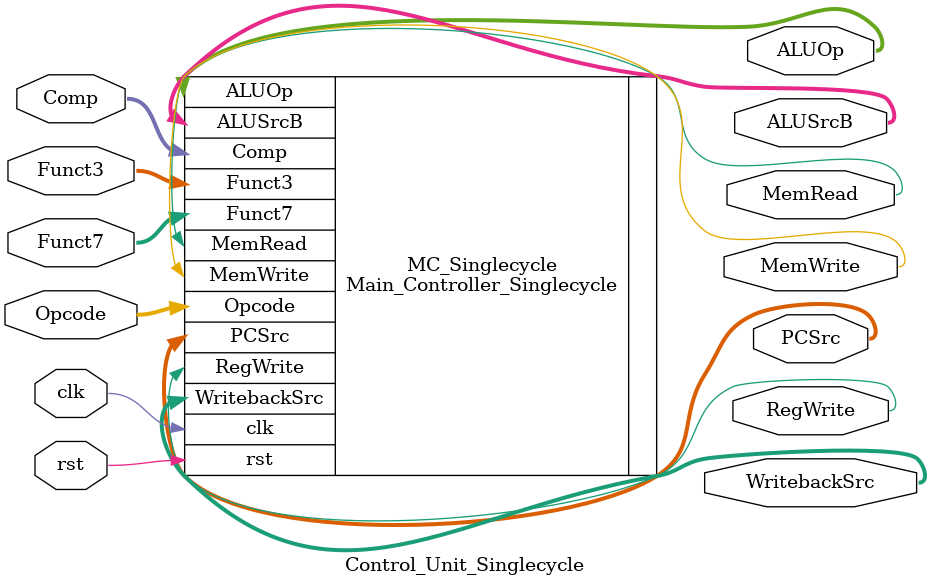
<source format=v>
`timescale 1ns / 1ps
module Control_Unit_Singlecycle(
	
	// Main Controller Singlecycle
	output MemRead,				//
	output MemWrite,				//
	input [1:0]Comp,				//
	output [3:0] ALUOp,
	output [1:0] PCSrc,			//
	output [1:0]ALUSrcB,			//
	output RegWrite,				//
	output [2:0] WritebackSrc,	// "MemtoReg"
	input [06:00] Opcode,
	input [06:00] Funct7,
	input [02:00] Funct3,
		
	input	clk,
	input	rst
);

wire ALUControl;

Main_Controller_Singlecycle MC_Singlecycle(
	
	//.PCWrite			(PCWrite),
	//.AddrSrc			(AddrSrc),	
	.MemRead			(MemRead),
	.MemWrite		(MemWrite),
	.WritebackSrc	(WritebackSrc),
	//.IRWrite			(IRWrite),
	
	.Opcode			(Opcode),
	.Funct7			(Funct7),
	.Funct3			(Funct3),
	
	.PCSrc			(PCSrc),
	.ALUOp		(ALUOp),
	//.ALUControl		(ALUControl),
	//.ALUSrcA			(ALUSrcA),
	.ALUSrcB			(ALUSrcB),
	.RegWrite		(RegWrite),
	.Comp				(Comp),
		
	.clk				(clk),
	.rst				(rst)
);

//ALU_Decoder ALU_Decoder(
//	//.Funct		(Funct),
//	//.ALUControl	(ALUControl)
//	.ALUControl	(ALUControl),
//	.Opcode		(Opcode),
//	.Funct7		(Funct7),
//	.Funct3		(Funct3),
//	.ALUOp		(ALUOp)
//	
//);

endmodule
</source>
